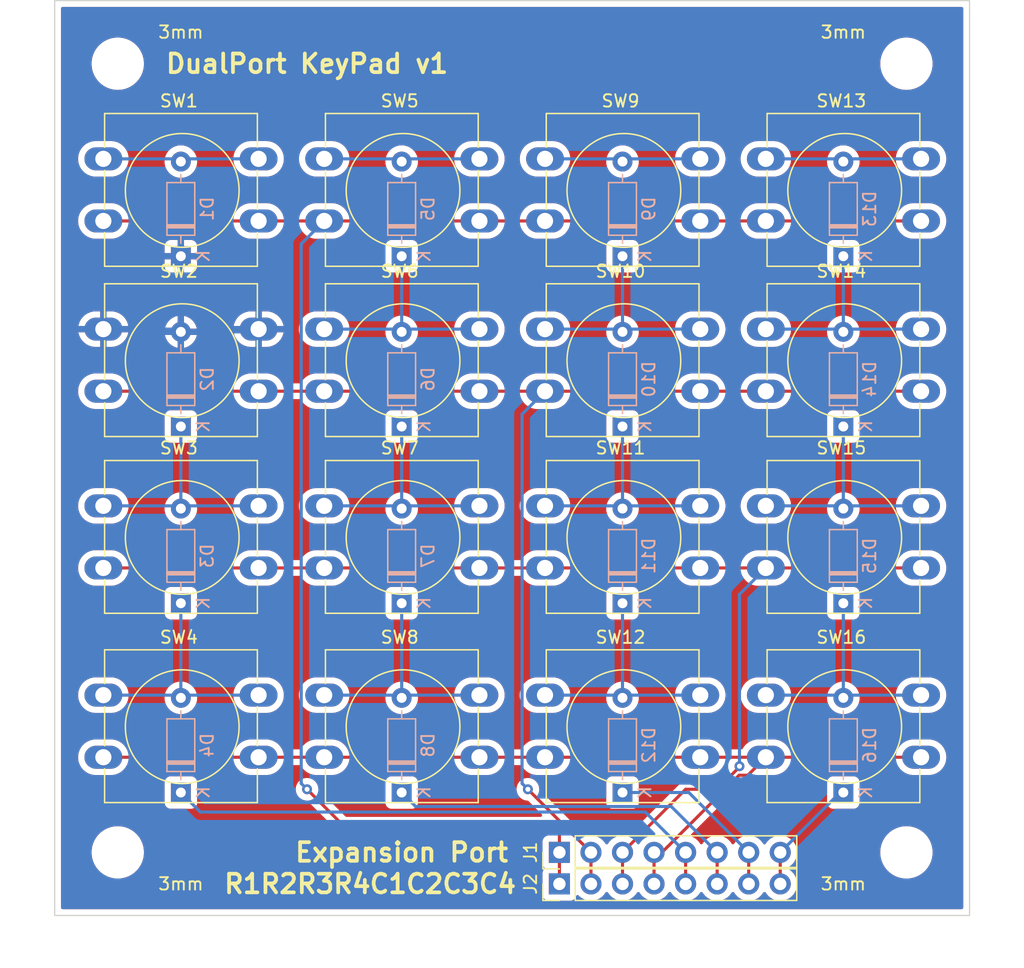
<source format=kicad_pcb>
(kicad_pcb (version 20211014) (generator pcbnew)
  (layers (0 "F.Cu" signal) (31 "B.Cu" signal) (34 "B.Paste" user) (35 "F.Paste" user) (36 "B.SilkS" user "B.Silkscreen") (37 "F.SilkS" user "F.Silkscreen") (38 "B.Mask" user) (39 "F.Mask" user) (44 "Edge.Cuts" user))
  (net 0 "")
  (net 1 "Net-(D1-Pad1)")
  (net 2 "Net-(D1-Pad2)")
  (net 3 "Net-(D2-Pad1)")
  (net 4 "Net-(D3-Pad1)")
  (net 5 "Net-(D5-Pad1)")
  (net 6 "Net-(D5-Pad2)")
  (net 7 "Net-(D6-Pad1)")
  (net 8 "Net-(D7-Pad1)")
  (net 9 "Net-(J1-Pad4)")
  (net 10 "Net-(D10-Pad2)")
  (net 11 "Net-(D9-Pad2)")
  (net 12 "Net-(D10-Pad1)")
  (net 13 "Net-(D11-Pad1)")
  (net 14 "Net-(J1-Pad2)")
  (net 15 "Net-(D13-Pad1)")
  (net 16 "Net-(D13-Pad2)")
  (net 17 "Net-(D14-Pad1)")
  (net 18 "Net-(D15-Pad1)")
  (net 19 "Net-(D8-Pad1)")
  (net 20 "Net-(J1-Pad1)")
  (net 21 "Net-(D4-Pad1)")
  (net 22 "Net-(J1-Pad3)")
  (net 23 "Net-(D16-Pad1)")
  (net 24 "Net-(D12-Pad1)")
  (footprint "Button_Switch_THT:SW_PUSH-12mm" (layer "F.Cu") (at 80.12 58.46)
    (fp_text reference "SW5" (at 6.08 -4.66) (layer "F.SilkS"))
    (fp_text value "SW_Push")
    (pad "1" thru_hole oval (at 0 0) (size 3.048 1.85) (drill 1.3) (layers *.Cu *.Mask) (net 6 "Net-(D5-Pad2)"))
    (pad "1" thru_hole oval (at 12.5 0) (size 3.048 1.85) (drill 1.3) (layers *.Cu *.Mask) (net 6 "Net-(D5-Pad2)"))
    (pad "2" thru_hole oval (at 12.5 5) (size 3.048 1.85) (drill 1.3) (layers *.Cu *.Mask) (net 20 "Net-(J1-Pad1)"))
    (pad "2" thru_hole oval (at 0 5) (size 3.048 1.85) (drill 1.3) (layers *.Cu *.Mask) (net 20 "Net-(J1-Pad1)"))
  )
  (footprint "Button_Switch_THT:SW_PUSH-12mm" (layer "F.Cu") (at 62.34 72.17)
    (fp_text reference "SW2" (at 6.08 -4.66) (layer "F.SilkS"))
    (fp_text value "SW_Push")
    (pad "1" thru_hole oval (at 0 0) (size 3.048 1.85) (drill 1.3) (layers *.Cu *.Mask) (net 1 "Net-(D1-Pad1)"))
    (pad "1" thru_hole oval (at 12.5 0) (size 3.048 1.85) (drill 1.3) (layers *.Cu *.Mask) (net 1 "Net-(D1-Pad1)"))
    (pad "2" thru_hole oval (at 0 5) (size 3.048 1.85) (drill 1.3) (layers *.Cu *.Mask) (net 14 "Net-(J1-Pad2)"))
    (pad "2" thru_hole oval (at 12.5 5) (size 3.048 1.85) (drill 1.3) (layers *.Cu *.Mask) (net 14 "Net-(J1-Pad2)"))
  )
  (footprint "Button_Switch_THT:SW_PUSH-12mm" (layer "F.Cu") (at 62.34 101.64)
    (fp_text reference "SW4" (at 6.08 -4.66) (layer "F.SilkS"))
    (fp_text value "SW_Push")
    (pad "1" thru_hole oval (at 12.5 0) (size 3.048 1.85) (drill 1.3) (layers *.Cu *.Mask) (net 4 "Net-(D3-Pad1)"))
    (pad "1" thru_hole oval (at 0 0) (size 3.048 1.85) (drill 1.3) (layers *.Cu *.Mask) (net 4 "Net-(D3-Pad1)"))
    (pad "2" thru_hole oval (at 12.5 5) (size 3.048 1.85) (drill 1.3) (layers *.Cu *.Mask) (net 9 "Net-(J1-Pad4)"))
    (pad "2" thru_hole oval (at 0 5) (size 3.048 1.85) (drill 1.3) (layers *.Cu *.Mask) (net 9 "Net-(J1-Pad4)"))
  )
  (footprint "Button_Switch_THT:SW_PUSH-12mm" (layer "F.Cu") (at 80.12 72.17)
    (fp_text reference "SW6" (at 6.08 -4.66) (layer "F.SilkS"))
    (fp_text value "SW_Push")
    (pad "1" thru_hole oval (at 12.5 0) (size 3.048 1.85) (drill 1.3) (layers *.Cu *.Mask) (net 5 "Net-(D5-Pad1)"))
    (pad "1" thru_hole oval (at 0 0) (size 3.048 1.85) (drill 1.3) (layers *.Cu *.Mask) (net 5 "Net-(D5-Pad1)"))
    (pad "2" thru_hole oval (at 12.5 5) (size 3.048 1.85) (drill 1.3) (layers *.Cu *.Mask) (net 14 "Net-(J1-Pad2)"))
    (pad "2" thru_hole oval (at 0 5) (size 3.048 1.85) (drill 1.3) (layers *.Cu *.Mask) (net 14 "Net-(J1-Pad2)"))
  )
  (footprint "Connector_PinHeader_2.54mm:PinHeader_1x08_P2.54mm_Vertical" (layer "F.Cu") (at 99.06 116.84 90)
    (fp_text reference "J2" (at 0 -2.33 90) (layer "F.SilkS"))
    (fp_text value "Conn_01x08_Male")
    (pad "1" thru_hole rect (at 0 0 90) (size 1.7 1.7) (drill 1) (layers *.Cu *.Mask) (net 20 "Net-(J1-Pad1)"))
    (pad "2" thru_hole oval (at 0 2.54 90) (size 1.7 1.7) (drill 1) (layers *.Cu *.Mask) (net 14 "Net-(J1-Pad2)"))
    (pad "3" thru_hole oval (at 0 5.08 90) (size 1.7 1.7) (drill 1) (layers *.Cu *.Mask) (net 22 "Net-(J1-Pad3)"))
    (pad "4" thru_hole oval (at 0 7.62 90) (size 1.7 1.7) (drill 1) (layers *.Cu *.Mask) (net 9 "Net-(J1-Pad4)"))
    (pad "5" thru_hole oval (at 0 10.16 90) (size 1.7 1.7) (drill 1) (layers *.Cu *.Mask) (net 21 "Net-(D4-Pad1)"))
    (pad "6" thru_hole oval (at 0 12.7 90) (size 1.7 1.7) (drill 1) (layers *.Cu *.Mask) (net 19 "Net-(D8-Pad1)"))
    (pad "7" thru_hole oval (at 0 15.24 90) (size 1.7 1.7) (drill 1) (layers *.Cu *.Mask) (net 24 "Net-(D12-Pad1)"))
    (pad "8" thru_hole oval (at 0 17.78 90) (size 1.7 1.7) (drill 1) (layers *.Cu *.Mask) (net 23 "Net-(D16-Pad1)"))
  )
  (footprint "Button_Switch_THT:SW_PUSH-12mm" (layer "F.Cu") (at 97.9 72.17)
    (fp_text reference "SW10" (at 6.08 -4.66) (layer "F.SilkS"))
    (fp_text value "SW_Push")
    (pad "1" thru_hole oval (at 0 0) (size 3.048 1.85) (drill 1.3) (layers *.Cu *.Mask) (net 10 "Net-(D10-Pad2)"))
    (pad "1" thru_hole oval (at 12.5 0) (size 3.048 1.85) (drill 1.3) (layers *.Cu *.Mask) (net 10 "Net-(D10-Pad2)"))
    (pad "2" thru_hole oval (at 0 5) (size 3.048 1.85) (drill 1.3) (layers *.Cu *.Mask) (net 14 "Net-(J1-Pad2)"))
    (pad "2" thru_hole oval (at 12.5 5) (size 3.048 1.85) (drill 1.3) (layers *.Cu *.Mask) (net 14 "Net-(J1-Pad2)"))
  )
  (footprint "MountingHole:MountingHole_3.2mm_M3" (layer "F.Cu") (at 127 114.3)
    (fp_text reference "3mm" (at -5.08 2.54) (layer "F.SilkS"))
    (fp_text value "MountingHole_3.2mm_M3")
    (pad "" np_thru_hole circle (at 0 0) (size 3.2 3.2) (drill 3.2) (layers *.Cu *.Mask))
  )
  (footprint "Button_Switch_THT:SW_PUSH-12mm" (layer "F.Cu") (at 62.34 58.46)
    (fp_text reference "SW1" (at 6.08 -4.66) (layer "F.SilkS"))
    (fp_text value "SW_Push")
    (pad "1" thru_hole oval (at 12.5 0) (size 3.048 1.85) (drill 1.3) (layers *.Cu *.Mask) (net 2 "Net-(D1-Pad2)"))
    (pad "1" thru_hole oval (at 0 0) (size 3.048 1.85) (drill 1.3) (layers *.Cu *.Mask) (net 2 "Net-(D1-Pad2)"))
    (pad "2" thru_hole oval (at 12.5 5) (size 3.048 1.85) (drill 1.3) (layers *.Cu *.Mask) (net 20 "Net-(J1-Pad1)"))
    (pad "2" thru_hole oval (at 0 5) (size 3.048 1.85) (drill 1.3) (layers *.Cu *.Mask) (net 20 "Net-(J1-Pad1)"))
  )
  (footprint "Button_Switch_THT:SW_PUSH-12mm" (layer "F.Cu") (at 97.9 86.4)
    (fp_text reference "SW11" (at 6.08 -4.66) (layer "F.SilkS"))
    (fp_text value "SW_Push")
    (pad "1" thru_hole oval (at 0 0) (size 3.048 1.85) (drill 1.3) (layers *.Cu *.Mask) (net 12 "Net-(D10-Pad1)"))
    (pad "1" thru_hole oval (at 12.5 0) (size 3.048 1.85) (drill 1.3) (layers *.Cu *.Mask) (net 12 "Net-(D10-Pad1)"))
    (pad "2" thru_hole oval (at 0 5) (size 3.048 1.85) (drill 1.3) (layers *.Cu *.Mask) (net 22 "Net-(J1-Pad3)"))
    (pad "2" thru_hole oval (at 12.5 5) (size 3.048 1.85) (drill 1.3) (layers *.Cu *.Mask) (net 22 "Net-(J1-Pad3)"))
  )
  (footprint "Button_Switch_THT:SW_PUSH-12mm" (layer "F.Cu") (at 115.68 86.4)
    (fp_text reference "SW15" (at 6.08 -4.66) (layer "F.SilkS"))
    (fp_text value "SW_Push")
    (pad "1" thru_hole oval (at 12.5 0) (size 3.048 1.85) (drill 1.3) (layers *.Cu *.Mask) (net 17 "Net-(D14-Pad1)"))
    (pad "1" thru_hole oval (at 0 0) (size 3.048 1.85) (drill 1.3) (layers *.Cu *.Mask) (net 17 "Net-(D14-Pad1)"))
    (pad "2" thru_hole oval (at 12.5 5) (size 3.048 1.85) (drill 1.3) (layers *.Cu *.Mask) (net 22 "Net-(J1-Pad3)"))
    (pad "2" thru_hole oval (at 0 5) (size 3.048 1.85) (drill 1.3) (layers *.Cu *.Mask) (net 22 "Net-(J1-Pad3)"))
  )
  (footprint "Button_Switch_THT:SW_PUSH-12mm" (layer "F.Cu") (at 97.9 101.64)
    (fp_text reference "SW12" (at 6.08 -4.66) (layer "F.SilkS"))
    (fp_text value "SW_Push")
    (pad "1" thru_hole oval (at 12.5 0) (size 3.048 1.85) (drill 1.3) (layers *.Cu *.Mask) (net 13 "Net-(D11-Pad1)"))
    (pad "1" thru_hole oval (at 0 0) (size 3.048 1.85) (drill 1.3) (layers *.Cu *.Mask) (net 13 "Net-(D11-Pad1)"))
    (pad "2" thru_hole oval (at 12.5 5) (size 3.048 1.85) (drill 1.3) (layers *.Cu *.Mask) (net 9 "Net-(J1-Pad4)"))
    (pad "2" thru_hole oval (at 0 5) (size 3.048 1.85) (drill 1.3) (layers *.Cu *.Mask) (net 9 "Net-(J1-Pad4)"))
  )
  (footprint "Button_Switch_THT:SW_PUSH-12mm" (layer "F.Cu") (at 80.12 101.64)
    (fp_text reference "SW8" (at 6.08 -4.66) (layer "F.SilkS"))
    (fp_text value "SW_Push")
    (pad "1" thru_hole oval (at 12.5 0) (size 3.048 1.85) (drill 1.3) (layers *.Cu *.Mask) (net 8 "Net-(D7-Pad1)"))
    (pad "1" thru_hole oval (at 0 0) (size 3.048 1.85) (drill 1.3) (layers *.Cu *.Mask) (net 8 "Net-(D7-Pad1)"))
    (pad "2" thru_hole oval (at 12.5 5) (size 3.048 1.85) (drill 1.3) (layers *.Cu *.Mask) (net 9 "Net-(J1-Pad4)"))
    (pad "2" thru_hole oval (at 0 5) (size 3.048 1.85) (drill 1.3) (layers *.Cu *.Mask) (net 9 "Net-(J1-Pad4)"))
  )
  (footprint "MountingHole:MountingHole_3.2mm_M3" (layer "F.Cu") (at 63.5 50.8)
    (fp_text reference "3mm" (at 5.08 -2.54) (layer "F.SilkS"))
    (fp_text value "MountingHole_3.2mm_M3")
    (pad "" np_thru_hole circle (at 0 0) (size 3.2 3.2) (drill 3.2) (layers *.Cu *.Mask))
  )
  (footprint "Connector_PinHeader_2.54mm:PinHeader_1x08_P2.54mm_Vertical" (layer "F.Cu") (at 99.06 114.3 90)
    (fp_text reference "J1" (at 0 -2.33 90) (layer "F.SilkS"))
    (fp_text value "Conn_01x08_Male")
    (pad "1" thru_hole rect (at 0 0 90) (size 1.7 1.7) (drill 1) (layers *.Cu *.Mask) (net 20 "Net-(J1-Pad1)"))
    (pad "2" thru_hole oval (at 0 2.54 90) (size 1.7 1.7) (drill 1) (layers *.Cu *.Mask) (net 14 "Net-(J1-Pad2)"))
    (pad "3" thru_hole oval (at 0 5.08 90) (size 1.7 1.7) (drill 1) (layers *.Cu *.Mask) (net 22 "Net-(J1-Pad3)"))
    (pad "4" thru_hole oval (at 0 7.62 90) (size 1.7 1.7) (drill 1) (layers *.Cu *.Mask) (net 9 "Net-(J1-Pad4)"))
    (pad "5" thru_hole oval (at 0 10.16 90) (size 1.7 1.7) (drill 1) (layers *.Cu *.Mask) (net 21 "Net-(D4-Pad1)"))
    (pad "6" thru_hole oval (at 0 12.7 90) (size 1.7 1.7) (drill 1) (layers *.Cu *.Mask) (net 19 "Net-(D8-Pad1)"))
    (pad "7" thru_hole oval (at 0 15.24 90) (size 1.7 1.7) (drill 1) (layers *.Cu *.Mask) (net 24 "Net-(D12-Pad1)"))
    (pad "8" thru_hole oval (at 0 17.78 90) (size 1.7 1.7) (drill 1) (layers *.Cu *.Mask) (net 23 "Net-(D16-Pad1)"))
  )
  (footprint "Button_Switch_THT:SW_PUSH-12mm" (layer "F.Cu") (at 97.9 58.46)
    (fp_text reference "SW9" (at 6.08 -4.66) (layer "F.SilkS"))
    (fp_text value "SW_Push")
    (pad "1" thru_hole oval (at 0 0) (size 3.048 1.85) (drill 1.3) (layers *.Cu *.Mask) (net 11 "Net-(D9-Pad2)"))
    (pad "1" thru_hole oval (at 12.5 0) (size 3.048 1.85) (drill 1.3) (layers *.Cu *.Mask) (net 11 "Net-(D9-Pad2)"))
    (pad "2" thru_hole oval (at 0 5) (size 3.048 1.85) (drill 1.3) (layers *.Cu *.Mask) (net 20 "Net-(J1-Pad1)"))
    (pad "2" thru_hole oval (at 12.5 5) (size 3.048 1.85) (drill 1.3) (layers *.Cu *.Mask) (net 20 "Net-(J1-Pad1)"))
  )
  (footprint "MountingHole:MountingHole_3.2mm_M3" (layer "F.Cu") (at 127 50.8)
    (fp_text reference "3mm" (at -5.08 -2.54) (layer "F.SilkS"))
    (fp_text value "MountingHole_3.2mm_M3")
    (pad "" np_thru_hole circle (at 0 0) (size 3.2 3.2) (drill 3.2) (layers *.Cu *.Mask))
  )
  (footprint "Button_Switch_THT:SW_PUSH-12mm" (layer "F.Cu") (at 80.12 86.4)
    (fp_text reference "SW7" (at 6.08 -4.66) (layer "F.SilkS"))
    (fp_text value "SW_Push")
    (pad "1" thru_hole oval (at 12.5 0) (size 3.048 1.85) (drill 1.3) (layers *.Cu *.Mask) (net 7 "Net-(D6-Pad1)"))
    (pad "1" thru_hole oval (at 0 0) (size 3.048 1.85) (drill 1.3) (layers *.Cu *.Mask) (net 7 "Net-(D6-Pad1)"))
    (pad "2" thru_hole oval (at 12.5 5) (size 3.048 1.85) (drill 1.3) (layers *.Cu *.Mask) (net 22 "Net-(J1-Pad3)"))
    (pad "2" thru_hole oval (at 0 5) (size 3.048 1.85) (drill 1.3) (layers *.Cu *.Mask) (net 22 "Net-(J1-Pad3)"))
  )
  (footprint "MountingHole:MountingHole_3.2mm_M3" (layer "F.Cu") (at 63.5 114.3)
    (fp_text reference "3mm" (at 5.08 2.54) (layer "F.SilkS"))
    (fp_text value "MountingHole_3.2mm_M3")
    (pad "" np_thru_hole circle (at 0 0) (size 3.2 3.2) (drill 3.2) (layers *.Cu *.Mask))
  )
  (footprint "Button_Switch_THT:SW_PUSH-12mm" (layer "F.Cu") (at 115.68 101.64)
    (fp_text reference "SW16" (at 6.08 -4.66) (layer "F.SilkS"))
    (fp_text value "SW_Push")
    (pad "1" thru_hole oval (at 12.5 0) (size 3.048 1.85) (drill 1.3) (layers *.Cu *.Mask) (net 18 "Net-(D15-Pad1)"))
    (pad "1" thru_hole oval (at 0 0) (size 3.048 1.85) (drill 1.3) (layers *.Cu *.Mask) (net 18 "Net-(D15-Pad1)"))
    (pad "2" thru_hole oval (at 12.5 5) (size 3.048 1.85) (drill 1.3) (layers *.Cu *.Mask) (net 9 "Net-(J1-Pad4)"))
    (pad "2" thru_hole oval (at 0 5) (size 3.048 1.85) (drill 1.3) (layers *.Cu *.Mask) (net 9 "Net-(J1-Pad4)"))
  )
  (footprint "Button_Switch_THT:SW_PUSH-12mm" (layer "F.Cu") (at 115.68 58.46)
    (fp_text reference "SW13" (at 6.08 -4.66) (layer "F.SilkS"))
    (fp_text value "SW_Push")
    (pad "1" thru_hole oval (at 0 0) (size 3.048 1.85) (drill 1.3) (layers *.Cu *.Mask) (net 16 "Net-(D13-Pad2)"))
    (pad "1" thru_hole oval (at 12.5 0) (size 3.048 1.85) (drill 1.3) (layers *.Cu *.Mask) (net 16 "Net-(D13-Pad2)"))
    (pad "2" thru_hole oval (at 12.5 5) (size 3.048 1.85) (drill 1.3) (layers *.Cu *.Mask) (net 20 "Net-(J1-Pad1)"))
    (pad "2" thru_hole oval (at 0 5) (size 3.048 1.85) (drill 1.3) (layers *.Cu *.Mask) (net 20 "Net-(J1-Pad1)"))
  )
  (footprint "Button_Switch_THT:SW_PUSH-12mm" (layer "F.Cu") (at 115.68 72.17)
    (fp_text reference "SW14" (at 6.08 -4.66) (layer "F.SilkS"))
    (fp_text value "SW_Push")
    (pad "1" thru_hole oval (at 0 0) (size 3.048 1.85) (drill 1.3) (layers *.Cu *.Mask) (net 15 "Net-(D13-Pad1)"))
    (pad "1" thru_hole oval (at 12.5 0) (size 3.048 1.85) (drill 1.3) (layers *.Cu *.Mask) (net 15 "Net-(D13-Pad1)"))
    (pad "2" thru_hole oval (at 0 5) (size 3.048 1.85) (drill 1.3) (layers *.Cu *.Mask) (net 14 "Net-(J1-Pad2)"))
    (pad "2" thru_hole oval (at 12.5 5) (size 3.048 1.85) (drill 1.3) (layers *.Cu *.Mask) (net 14 "Net-(J1-Pad2)"))
  )
  (footprint "Button_Switch_THT:SW_PUSH-12mm" (layer "F.Cu") (at 62.34 86.4)
    (fp_text reference "SW3" (at 6.08 -4.66) (layer "F.SilkS"))
    (fp_text value "SW_Push")
    (pad "1" thru_hole oval (at 0 0) (size 3.048 1.85) (drill 1.3) (layers *.Cu *.Mask) (net 3 "Net-(D2-Pad1)"))
    (pad "1" thru_hole oval (at 12.5 0) (size 3.048 1.85) (drill 1.3) (layers *.Cu *.Mask) (net 3 "Net-(D2-Pad1)"))
    (pad "2" thru_hole oval (at 0 5) (size 3.048 1.85) (drill 1.3) (layers *.Cu *.Mask) (net 22 "Net-(J1-Pad3)"))
    (pad "2" thru_hole oval (at 12.5 5) (size 3.048 1.85) (drill 1.3) (layers *.Cu *.Mask) (net 22 "Net-(J1-Pad3)"))
  )
  (footprint "Diode_THT:D_DO-35_SOD27_P7.62mm_Horizontal" (layer "B.Cu") (at 86.36 80.01 90)
    (fp_text reference "D6" (at 3.81 2.12 90) (layer "B.SilkS") (effects (justify mirror)))
    (fp_text value "1N4148")
    (fp_text user "K" (at 0 1.8 90) (layer "B.SilkS") (effects (justify mirror)))
    (pad "1" thru_hole rect (at 0 0 90) (size 1.6 1.6) (drill 0.8) (layers *.Cu *.Mask) (net 7 "Net-(D6-Pad1)"))
    (pad "2" thru_hole oval (at 7.62 0 90) (size 1.6 1.6) (drill 0.8) (layers *.Cu *.Mask) (net 5 "Net-(D5-Pad1)"))
  )
  (footprint "Diode_THT:D_DO-35_SOD27_P7.62mm_Horizontal" (layer "B.Cu") (at 104.14 109.48 90)
    (fp_text reference "D12" (at 3.81 2.12 90) (layer "B.SilkS") (effects (justify mirror)))
    (fp_text value "1N4148")
    (fp_text user "K" (at 0 1.8 90) (layer "B.SilkS") (effects (justify mirror)))
    (pad "1" thru_hole rect (at 0 0 90) (size 1.6 1.6) (drill 0.8) (layers *.Cu *.Mask) (net 24 "Net-(D12-Pad1)"))
    (pad "2" thru_hole oval (at 7.62 0 90) (size 1.6 1.6) (drill 0.8) (layers *.Cu *.Mask) (net 13 "Net-(D11-Pad1)"))
  )
  (footprint "Diode_THT:D_DO-35_SOD27_P7.62mm_Horizontal" (layer "B.Cu") (at 86.36 109.48 90)
    (fp_text reference "D8" (at 3.81 2.12 90) (layer "B.SilkS") (effects (justify mirror)))
    (fp_text value "1N4148")
    (fp_text user "K" (at 0 1.8 90) (layer "B.SilkS") (effects (justify mirror)))
    (pad "1" thru_hole rect (at 0 0 90) (size 1.6 1.6) (drill 0.8) (layers *.Cu *.Mask) (net 19 "Net-(D8-Pad1)"))
    (pad "2" thru_hole oval (at 7.62 0 90) (size 1.6 1.6) (drill 0.8) (layers *.Cu *.Mask) (net 8 "Net-(D7-Pad1)"))
  )
  (footprint "Diode_THT:D_DO-35_SOD27_P7.62mm_Horizontal" (layer "B.Cu") (at 68.58 66.3 90)
    (fp_text reference "D1" (at 3.81 2.12 90) (layer "B.SilkS") (effects (justify mirror)))
    (fp_text value "1N4148")
    (fp_text user "K" (at 0 1.8 90) (layer "B.SilkS") (effects (justify mirror)))
    (pad "1" thru_hole rect (at 0 0 90) (size 1.6 1.6) (drill 0.8) (layers *.Cu *.Mask) (net 1 "Net-(D1-Pad1)"))
    (pad "2" thru_hole oval (at 7.62 0 90) (size 1.6 1.6) (drill 0.8) (layers *.Cu *.Mask) (net 2 "Net-(D1-Pad2)"))
  )
  (footprint "Diode_THT:D_DO-35_SOD27_P7.62mm_Horizontal" (layer "B.Cu") (at 104.14 94.24 90)
    (fp_text reference "D11" (at 3.81 2.12 90) (layer "B.SilkS") (effects (justify mirror)))
    (fp_text value "1N4148")
    (fp_text user "K" (at 0 1.8 90) (layer "B.SilkS") (effects (justify mirror)))
    (pad "1" thru_hole rect (at 0 0 90) (size 1.6 1.6) (drill 0.8) (layers *.Cu *.Mask) (net 13 "Net-(D11-Pad1)"))
    (pad "2" thru_hole oval (at 7.62 0 90) (size 1.6 1.6) (drill 0.8) (layers *.Cu *.Mask) (net 12 "Net-(D10-Pad1)"))
  )
  (footprint "Diode_THT:D_DO-35_SOD27_P7.62mm_Horizontal" (layer "B.Cu") (at 86.36 66.3 90)
    (fp_text reference "D5" (at 3.81 2.12 90) (layer "B.SilkS") (effects (justify mirror)))
    (fp_text value "1N4148")
    (fp_text user "K" (at 0 1.8 90) (layer "B.SilkS") (effects (justify mirror)))
    (pad "1" thru_hole rect (at 0 0 90) (size 1.6 1.6) (drill 0.8) (layers *.Cu *.Mask) (net 5 "Net-(D5-Pad1)"))
    (pad "2" thru_hole oval (at 7.62 0 90) (size 1.6 1.6) (drill 0.8) (layers *.Cu *.Mask) (net 6 "Net-(D5-Pad2)"))
  )
  (footprint "Diode_THT:D_DO-35_SOD27_P7.62mm_Horizontal" (layer "B.Cu") (at 121.92 80.01 90)
    (fp_text reference "D14" (at 3.81 2.12 90) (layer "B.SilkS") (effects (justify mirror)))
    (fp_text value "1N4148")
    (fp_text user "K" (at 0 1.8 90) (layer "B.SilkS") (effects (justify mirror)))
    (pad "1" thru_hole rect (at 0 0 90) (size 1.6 1.6) (drill 0.8) (layers *.Cu *.Mask) (net 17 "Net-(D14-Pad1)"))
    (pad "2" thru_hole oval (at 7.62 0 90) (size 1.6 1.6) (drill 0.8) (layers *.Cu *.Mask) (net 15 "Net-(D13-Pad1)"))
  )
  (footprint "Diode_THT:D_DO-35_SOD27_P7.62mm_Horizontal" (layer "B.Cu") (at 68.58 80.01 90)
    (fp_text reference "D2" (at 3.81 2.12 90) (layer "B.SilkS") (effects (justify mirror)))
    (fp_text value "1N4148")
    (fp_text user "K" (at 0 1.8 90) (layer "B.SilkS") (effects (justify mirror)))
    (pad "1" thru_hole rect (at 0 0 90) (size 1.6 1.6) (drill 0.8) (layers *.Cu *.Mask) (net 3 "Net-(D2-Pad1)"))
    (pad "2" thru_hole oval (at 7.62 0 90) (size 1.6 1.6) (drill 0.8) (layers *.Cu *.Mask) (net 1 "Net-(D1-Pad1)"))
  )
  (footprint "Diode_THT:D_DO-35_SOD27_P7.62mm_Horizontal" (layer "B.Cu") (at 104.14 66.3 90)
    (fp_text reference "D9" (at 3.81 2.12 90) (layer "B.SilkS") (effects (justify mirror)))
    (fp_text value "1N4148")
    (fp_text user "K" (at 0 1.8 90) (layer "B.SilkS") (effects (justify mirror)))
    (pad "1" thru_hole rect (at 0 0 90) (size 1.6 1.6) (drill 0.8) (layers *.Cu *.Mask) (net 10 "Net-(D10-Pad2)"))
    (pad "2" thru_hole oval (at 7.62 0 90) (size 1.6 1.6) (drill 0.8) (layers *.Cu *.Mask) (net 11 "Net-(D9-Pad2)"))
  )
  (footprint "Diode_THT:D_DO-35_SOD27_P7.62mm_Horizontal" (layer "B.Cu") (at 121.92 94.24 90)
    (fp_text reference "D15" (at 3.81 2.12 90) (layer "B.SilkS") (effects (justify mirror)))
    (fp_text value "1N4148")
    (fp_text user "K" (at 0 1.8 90) (layer "B.SilkS") (effects (justify mirror)))
    (pad "1" thru_hole rect (at 0 0 90) (size 1.6 1.6) (drill 0.8) (layers *.Cu *.Mask) (net 18 "Net-(D15-Pad1)"))
    (pad "2" thru_hole oval (at 7.62 0 90) (size 1.6 1.6) (drill 0.8) (layers *.Cu *.Mask) (net 17 "Net-(D14-Pad1)"))
  )
  (footprint "Diode_THT:D_DO-35_SOD27_P7.62mm_Horizontal" (layer "B.Cu") (at 68.58 109.48 90)
    (fp_text reference "D4" (at 3.81 2.12 90) (layer "B.SilkS") (effects (justify mirror)))
    (fp_text value "1N4148")
    (fp_text user "K" (at 0 1.8 90) (layer "B.SilkS") (effects (justify mirror)))
    (pad "1" thru_hole rect (at 0 0 90) (size 1.6 1.6) (drill 0.8) (layers *.Cu *.Mask) (net 21 "Net-(D4-Pad1)"))
    (pad "2" thru_hole oval (at 7.62 0 90) (size 1.6 1.6) (drill 0.8) (layers *.Cu *.Mask) (net 4 "Net-(D3-Pad1)"))
  )
  (footprint "Diode_THT:D_DO-35_SOD27_P7.62mm_Horizontal" (layer "B.Cu") (at 104.14 80.01 90)
    (fp_text reference "D10" (at 3.81 2.12 90) (layer "B.SilkS") (effects (justify mirror)))
    (fp_text value "1N4148")
    (fp_text user "K" (at 0 1.8 90) (layer "B.SilkS") (effects (justify mirror)))
    (pad "1" thru_hole rect (at 0 0 90) (size 1.6 1.6) (drill 0.8) (layers *.Cu *.Mask) (net 12 "Net-(D10-Pad1)"))
    (pad "2" thru_hole oval (at 7.62 0 90) (size 1.6 1.6) (drill 0.8) (layers *.Cu *.Mask) (net 10 "Net-(D10-Pad2)"))
  )
  (footprint "Diode_THT:D_DO-35_SOD27_P7.62mm_Horizontal" (layer "B.Cu") (at 121.92 109.48 90)
    (fp_text reference "D16" (at 3.81 2.12 90) (layer "B.SilkS") (effects (justify mirror)))
    (fp_text value "1N4148")
    (fp_text user "K" (at 0 1.8 90) (layer "B.SilkS") (effects (justify mirror)))
    (pad "1" thru_hole rect (at 0 0 90) (size 1.6 1.6) (drill 0.8) (layers *.Cu *.Mask) (net 23 "Net-(D16-Pad1)"))
    (pad "2" thru_hole oval (at 7.62 0 90) (size 1.6 1.6) (drill 0.8) (layers *.Cu *.Mask) (net 18 "Net-(D15-Pad1)"))
  )
  (footprint "Diode_THT:D_DO-35_SOD27_P7.62mm_Horizontal" (layer "B.Cu") (at 121.92 66.3 90)
    (fp_text reference "D13" (at 3.81 2.12 90) (layer "B.SilkS") (effects (justify mirror)))
    (fp_text value "1N4148")
    (fp_text user "K" (at 0 1.8 90) (layer "B.SilkS") (effects (justify mirror)))
    (pad "1" thru_hole rect (at 0 0 90) (size 1.6 1.6) (drill 0.8) (layers *.Cu *.Mask) (net 15 "Net-(D13-Pad1)"))
    (pad "2" thru_hole oval (at 7.62 0 90) (size 1.6 1.6) (drill 0.8) (layers *.Cu *.Mask) (net 16 "Net-(D13-Pad2)"))
  )
  (footprint "Diode_THT:D_DO-35_SOD27_P7.62mm_Horizontal" (layer "B.Cu") (at 68.58 94.24 90)
    (fp_text reference "D3" (at 3.81 2.12 90) (layer "B.SilkS") (effects (justify mirror)))
    (fp_text value "1N4148")
    (fp_text user "K" (at 0 1.8 90) (layer "B.SilkS") (effects (justify mirror)))
    (pad "1" thru_hole rect (at 0 0 90) (size 1.6 1.6) (drill 0.8) (layers *.Cu *.Mask) (net 4 "Net-(D3-Pad1)"))
    (pad "2" thru_hole oval (at 7.62 0 90) (size 1.6 1.6) (drill 0.8) (layers *.Cu *.Mask) (net 3 "Net-(D2-Pad1)"))
  )
  (footprint "Diode_THT:D_DO-35_SOD27_P7.62mm_Horizontal" (layer "B.Cu") (at 86.36 94.24 90)
    (fp_text reference "D7" (at 3.81 2.12 90) (layer "B.SilkS") (effects (justify mirror)))
    (fp_text value "1N4148")
    (fp_text user "K" (at 0 1.8 90) (layer "B.SilkS") (effects (justify mirror)))
    (pad "1" thru_hole rect (at 0 0 90) (size 1.6 1.6) (drill 0.8) (layers *.Cu *.Mask) (net 8 "Net-(D7-Pad1)"))
    (pad "2" thru_hole oval (at 7.62 0 90) (size 1.6 1.6) (drill 0.8) (layers *.Cu *.Mask) (net 7 "Net-(D6-Pad1)"))
  )
  (gr_rect (start 58.42 45.72) (end 132.08 119.38) (layer "Edge.Cuts") (width 0.1) (fill none))
  (gr_text "Expansion Port" (at 86.36 114.3) (layer "F.SilkS") (effects (font (size 1.5 1.5) (thickness 0.3))))
  (gr_text "DualPort KeyPad v1" (at 78.74 50.8) (layer "F.SilkS") (effects (font (size 1.5 1.5) (thickness 0.3))))
  (gr_text "R1R2R3R4C1C2C3C4" (at 83.82 116.84) (layer "F.SilkS") (effects (font (size 1.5 1.5) (thickness 0.3))))
  (segment (start 68.58 72.39) (end 74.62 72.39) (width 0.25) (layer "B.Cu") (net 1))
  (segment (start 68.58 66.3) (end 68.58 72.39) (width 0.25) (layer "B.Cu") (net 1))
  (segment (start 74.62 72.39) (end 74.84 72.17) (width 0.25) (layer "B.Cu") (net 1))
  (segment (start 68.36 72.17) (end 68.58 72.39) (width 0.25) (layer "B.Cu") (net 1))
  (segment (start 62.34 72.17) (end 68.36 72.17) (width 0.25) (layer "B.Cu") (net 1))
  (segment (start 68.36 58.46) (end 68.58 58.68) (width 0.25) (layer "F.Cu") (net 2))
  (segment (start 74.62 58.68) (end 74.84 58.46) (width 0.25) (layer "B.Cu") (net 2))
  (segment (start 62.34 58.46) (end 68.36 58.46) (width 0.25) (layer "B.Cu") (net 2))
  (segment (start 68.8 58.46) (end 68.58 58.68) (width 0.25) (layer "B.Cu") (net 2))
  (segment (start 62.56 58.68) (end 62.34 58.46) (width 0.25) (layer "B.Cu") (net 2))
  (segment (start 68.36 58.46) (end 68.58 58.68) (width 0.25) (layer "B.Cu") (net 2))
  (segment (start 74.84 58.46) (end 68.8 58.46) (width 0.25) (layer "B.Cu") (net 2))
  (segment (start 74.84 86.4) (end 62.34 86.4) (width 0.25) (layer "B.Cu") (net 3))
  (segment (start 68.58 80.01) (end 68.58 86.62) (width 0.25) (layer "B.Cu") (net 3))
  (segment (start 74.84 101.64) (end 62.34 101.64) (width 0.25) (layer "B.Cu") (net 4))
  (segment (start 68.58 94.24) (end 68.58 101.86) (width 0.25) (layer "B.Cu") (net 4))
  (segment (start 86.36 72.39) (end 86.36 66.3) (width 0.25) (layer "B.Cu") (net 5))
  (segment (start 80.12 72.17) (end 92.62 72.17) (width 0.25) (layer "B.Cu") (net 5))
  (segment (start 86.58 58.46) (end 86.36 58.68) (width 0.25) (layer "B.Cu") (net 6))
  (segment (start 80.12 58.46) (end 86.14 58.46) (width 0.25) (layer "B.Cu") (net 6))
  (segment (start 92.62 58.46) (end 86.58 58.46) (width 0.25) (layer "B.Cu") (net 6))
  (segment (start 86.14 58.46) (end 86.36 58.68) (width 0.25) (layer "B.Cu") (net 6))
  (segment (start 80.12 86.4) (end 92.62 86.4) (width 0.25) (layer "B.Cu") (net 7))
  (segment (start 86.36 86.62) (end 86.36 80.01) (width 0.25) (layer "B.Cu") (net 7))
  (segment (start 80.12 101.64) (end 92.62 101.64) (width 0.25) (layer "B.Cu") (net 8))
  (segment (start 86.36 94.24) (end 86.36 101.86) (width 0.25) (layer "B.Cu") (net 8))
  (segment (start 107.315718 114.3) (end 113.526707 108.089011) (width 0.25) (layer "F.Cu") (net 9))
  (segment (start 106.68 114.3) (end 107.315718 114.3) (width 0.25) (layer "F.Cu") (net 9))
  (segment (start 114.230989 108.089011) (end 115.68 106.64) (width 0.25) (layer "F.Cu") (net 9))
  (segment (start 106.68 114.3) (end 106.68 116.84) (width 0.25) (layer "F.Cu") (net 9))
  (segment (start 62.34 106.64) (end 128.18 106.64) (width 0.25) (layer "F.Cu") (net 9))
  (segment (start 113.526707 108.089011) (end 114.230989 108.089011) (width 0.25) (layer "F.Cu") (net 9))
  (segment (start 97.9 72.17) (end 110.4 72.17) (width 0.25) (layer "B.Cu") (net 10))
  (segment (start 104.14 72.39) (end 104.14 66.3) (width 0.25) (layer "B.Cu") (net 10))
  (segment (start 103.92 58.46) (end 104.14 58.68) (width 0.25) (layer "B.Cu") (net 11))
  (segment (start 97.9 58.46) (end 103.92 58.46) (width 0.25) (layer "B.Cu") (net 11))
  (segment (start 110.4 58.46) (end 104.36 58.46) (width 0.25) (layer "B.Cu") (net 11))
  (segment (start 104.36 58.46) (end 104.14 58.68) (width 0.25) (layer "B.Cu") (net 11))
  (segment (start 104.14 80.01) (end 104.14 86.62) (width 0.25) (layer "B.Cu") (net 12))
  (segment (start 97.9 86.4) (end 110.4 86.4) (width 0.25) (layer "B.Cu") (net 12))
  (segment (start 97.9 101.64) (end 110.4 101.64) (width 0.25) (layer "B.Cu") (net 13))
  (segment (start 104.14 94.24) (end 104.14 101.86) (width 0.25) (layer "B.Cu") (net 13))
  (segment (start 62.34 77.17) (end 128.18 77.17) (width 0.25) (layer "F.Cu") (net 14))
  (segment (start 101.6 114.3) (end 96.52 109.22) (width 0.25) (layer "F.Cu") (net 14))
  (segment (start 101.6 114.3) (end 101.6 116.84) (width 0.25) (layer "F.Cu") (net 14))
  (via (at 96.52 109.22) (size 0.8) (drill 0.4) (layers "F.Cu" "B.Cu") (net 14))
  (segment (start 96.05148 79.01852) (end 97.9 77.17) (width 0.25) (layer "B.Cu") (net 14))
  (segment (start 96.05148 108.75148) (end 96.05148 79.01852) (width 0.25) (layer "B.Cu") (net 14))
  (segment (start 96.52 109.22) (end 96.05148 108.75148) (width 0.25) (layer "B.Cu") (net 14))
  (segment (start 115.68 72.17) (end 128.18 72.17) (width 0.25) (layer "B.Cu") (net 15))
  (segment (start 121.92 66.3) (end 121.92 72.39) (width 0.25) (layer "B.Cu") (net 15))
  (segment (start 115.68 58.46) (end 121.7 58.46) (width 0.25) (layer "B.Cu") (net 16))
  (segment (start 122.14 58.46) (end 121.92 58.68) (width 0.25) (layer "B.Cu") (net 16))
  (segment (start 121.7 58.46) (end 121.92 58.68) (width 0.25) (layer "B.Cu") (net 16))
  (segment (start 128.18 58.46) (end 122.14 58.46) (width 0.25) (layer "B.Cu") (net 16))
  (segment (start 121.92 86.62) (end 121.92 80.01) (width 0.25) (layer "B.Cu") (net 17))
  (segment (start 115.68 86.4) (end 128.18 86.4) (width 0.25) (layer "B.Cu") (net 17))
  (segment (start 115.68 101.64) (end 128.18 101.64) (width 0.25) (layer "B.Cu") (net 18))
  (segment (start 121.92 101.86) (end 121.92 94.24) (width 0.25) (layer "B.Cu") (net 18))
  (segment (start 111.76 114.3) (end 111.76 116.84) (width 0.25) (layer "F.Cu") (net 19))
  (segment (start 87.484511 110.604511) (end 108.064511 110.604511) (width 0.25) (layer "B.Cu") (net 19))
  (segment (start 108.064511 110.604511) (end 111.76 114.3) (width 0.25) (layer "B.Cu") (net 19))
  (segment (start 86.36 109.48) (end 87.484511 110.604511) (width 0.25) (layer "B.Cu") (net 19))
  (segment (start 81.597859 112.077859) (end 98.742141 112.077859) (width 0.25) (layer "F.Cu") (net 20))
  (segment (start 99.06 114.3) (end 99.06 116.84) (width 0.25) (layer "F.Cu") (net 20))
  (segment (start 78.74 109.22) (end 81.597859 112.077859) (width 0.25) (layer "F.Cu") (net 20))
  (segment (start 62.34 63.46) (end 128.18 63.46) (width 0.25) (layer "F.Cu") (net 20))
  (segment (start 99.06 112.395718) (end 99.06 114.3) (width 0.25) (layer "F.Cu") (net 20))
  (segment (start 98.742141 112.077859) (end 99.06 112.395718) (width 0.25) (layer "F.Cu") (net 20))
  (via (at 78.74 109.22) (size 0.8) (drill 0.4) (layers "F.Cu" "B.Cu") (net 20))
  (segment (start 78.74 109.22) (end 78.27148 108.75148) (width 0.25) (layer "B.Cu") (net 20))
  (segment (start 78.27148 108.75148) (end 78.27148 65.30852) (width 0.25) (layer "B.Cu") (net 20))
  (segment (start 78.27148 65.30852) (end 80.12 63.46) (width 0.25) (layer "B.Cu") (net 20))
  (segment (start 109.22 114.3) (end 109.22 116.84) (width 0.25) (layer "F.Cu") (net 21))
  (segment (start 68.58 109.48) (end 70.154031 111.054031) (width 0.25) (layer "B.Cu") (net 21))
  (segment (start 70.154031 111.054031) (end 105.974031 111.054031) (width 0.25) (layer "B.Cu") (net 21))
  (segment (start 105.974031 111.054031) (end 109.22 114.3) (width 0.25) (layer "B.Cu") (net 21))
  (segment (start 113.55728 107.42272) (end 113.55728 107.3645) (width 0.25) (layer "F.Cu") (net 22))
  (segment (start 111.76 109.22) (end 113.55728 107.42272) (width 0.25) (layer "F.Cu") (net 22))
  (segment (start 104.14 114.3) (end 104.14 116.84) (width 0.25) (layer "F.Cu") (net 22))
  (segment (start 109.22 109.22) (end 111.76 109.22) (width 0.25) (layer "F.Cu") (net 22))
  (segment (start 104.14 114.3) (end 109.22 109.22) (width 0.25) (layer "F.Cu") (net 22))
  (segment (start 62.34 91.4) (end 128.18 91.4) (width 0.25) (layer "F.Cu") (net 22))
  (via (at 113.55728 107.3645) (size 0.8) (drill 0.4) (layers "F.Cu" "B.Cu") (net 22))
  (segment (start 113.55728 93.52272) (end 115.68 91.4) (width 0.25) (layer "B.Cu") (net 22))
  (segment (start 113.55728 107.3645) (end 113.55728 93.52272) (width 0.25) (layer "B.Cu") (net 22))
  (segment (start 116.84 114.3) (end 116.84 116.84) (width 0.25) (layer "F.Cu") (net 23))
  (segment (start 121.92 109.48) (end 121.66 109.48) (width 0.25) (layer "B.Cu") (net 23))
  (segment (start 121.66 109.48) (end 116.84 114.3) (width 0.25) (layer "B.Cu") (net 23))
  (segment (start 114.3 114.3) (end 114.3 116.84) (width 0.25) (layer "F.Cu") (net 24))
  (segment (start 109.48 109.48) (end 114.3 114.3) (width 0.25) (layer "B.Cu") (net 24))
  (segment (start 104.14 109.48) (end 109.48 109.48) (width 0.25) (layer "B.Cu") (net 24))
  (zone (net 1) (net_name "Net-(D1-Pad1)") (layer "F.Cu") (connect_pads (clearance 0.508)) (min_thickness 0.254) (fill yes (thermal_gap 0.508) (thermal_bridge_width 0.508))
    (polygon (pts (xy 132.08 119.38) (xy 58.42 119.38) (xy 58.42 45.72) (xy 132.08 45.72)))
  )
  (zone (net 1) (net_name "Net-(D1-Pad1)") (layer "B.Cu") (connect_pads (clearance 0.508)) (min_thickness 0.254) (fill yes (thermal_gap 0.508) (thermal_bridge_width 0.508))
    (polygon (pts (xy 132.08 119.38) (xy 58.42 119.38) (xy 58.42 45.72) (xy 132.08 45.72)))
  )
)
</source>
